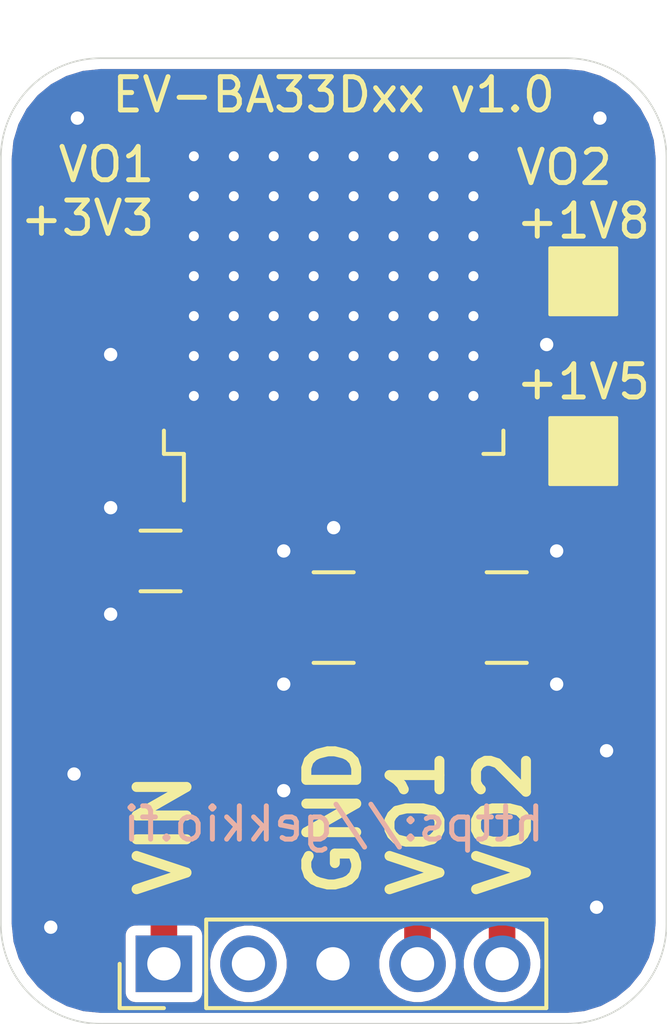
<source format=kicad_pcb>
(kicad_pcb (version 20171130) (host pcbnew 5.1.6-c6e7f7d~86~ubuntu20.04.1)

  (general
    (thickness 1.6)
    (drawings 18)
    (tracks 44)
    (zones 0)
    (modules 5)
    (nets 5)
  )

  (page A4)
  (title_block
    (title EV-BA33Dxx)
    (rev v1.0)
    (company https://gekkio.fi)
  )

  (layers
    (0 F.Cu signal)
    (31 B.Cu signal)
    (32 B.Adhes user)
    (33 F.Adhes user)
    (34 B.Paste user)
    (35 F.Paste user)
    (36 B.SilkS user)
    (37 F.SilkS user)
    (38 B.Mask user)
    (39 F.Mask user)
    (40 Dwgs.User user)
    (41 Cmts.User user)
    (42 Eco1.User user)
    (43 Eco2.User user)
    (44 Edge.Cuts user)
    (45 Margin user)
    (46 B.CrtYd user)
    (47 F.CrtYd user)
    (48 B.Fab user)
    (49 F.Fab user)
  )

  (setup
    (last_trace_width 0.25)
    (trace_clearance 0.2)
    (zone_clearance 0.508)
    (zone_45_only no)
    (trace_min 0.2)
    (via_size 0.8)
    (via_drill 0.4)
    (via_min_size 0.4)
    (via_min_drill 0.3)
    (uvia_size 0.3)
    (uvia_drill 0.1)
    (uvias_allowed no)
    (uvia_min_size 0.2)
    (uvia_min_drill 0.1)
    (edge_width 0.05)
    (segment_width 0.2)
    (pcb_text_width 0.3)
    (pcb_text_size 1.5 1.5)
    (mod_edge_width 0.12)
    (mod_text_size 1 1)
    (mod_text_width 0.15)
    (pad_size 1.524 1.524)
    (pad_drill 0.762)
    (pad_to_mask_clearance 0)
    (aux_axis_origin 0 0)
    (visible_elements FFFFFF7F)
    (pcbplotparams
      (layerselection 0x010fc_ffffffff)
      (usegerberextensions false)
      (usegerberattributes false)
      (usegerberadvancedattributes false)
      (creategerberjobfile true)
      (excludeedgelayer false)
      (linewidth 0.100000)
      (plotframeref false)
      (viasonmask false)
      (mode 1)
      (useauxorigin false)
      (hpglpennumber 1)
      (hpglpenspeed 20)
      (hpglpendiameter 15.000000)
      (psnegative false)
      (psa4output false)
      (plotreference true)
      (plotvalue true)
      (plotinvisibletext false)
      (padsonsilk false)
      (subtractmaskfromsilk false)
      (outputformat 1)
      (mirror false)
      (drillshape 0)
      (scaleselection 1)
      (outputdirectory "gerber/"))
  )

  (net 0 "")
  (net 1 GND)
  (net 2 /VIN)
  (net 3 /VO2)
  (net 4 /VO1)

  (net_class Default "This is the default net class."
    (clearance 0.2)
    (trace_width 0.25)
    (via_dia 0.8)
    (via_drill 0.4)
    (uvia_dia 0.3)
    (uvia_drill 0.1)
    (add_net /VIN)
    (add_net /VO1)
    (add_net /VO2)
    (add_net GND)
  )

  (module Gekkio_Package_TO_SOT_SMD:Rohm_HRP5 (layer F.Cu) (tedit 5EC05F8D) (tstamp 5E8862D1)
    (at 60 57.7 90)
    (descr "Rohm HRP5 SMD package, http://rohmfs.rohm.com/en/techdata_basic/ic/package/hrp5_1-e.pdf")
    (tags "Rohm HRP5 SMD")
    (path /5E88572A)
    (attr smd)
    (fp_text reference U1 (at 0 -5.9 90) (layer F.SilkS) hide
      (effects (font (size 1 1) (thickness 0.15)))
    )
    (fp_text value BA33D18HFP (at 8.6 0 180) (layer F.Fab)
      (effects (font (size 1 1) (thickness 0.15)))
    )
    (fp_text user %R (at 0 0 90) (layer F.Fab)
      (effects (font (size 1 1) (thickness 0.15)))
    )
    (fp_line (start 5.9 5.25) (end -5.9 5.25) (layer F.CrtYd) (width 0.05))
    (fp_line (start 5.9 5.25) (end 5.9 -5.25) (layer F.CrtYd) (width 0.05))
    (fp_line (start -5.9 -5.25) (end -5.9 5.25) (layer F.CrtYd) (width 0.05))
    (fp_line (start -5.9 -5.25) (end 5.9 -5.25) (layer F.CrtYd) (width 0.05))
    (fp_line (start -3.485 -4.9) (end 4.015 -4.9) (layer F.Fab) (width 0.1))
    (fp_line (start -3.985 -4.4) (end -3.485 -4.9) (layer F.Fab) (width 0.1))
    (fp_line (start -3.985 4.9) (end -3.985 -4.4) (layer F.Fab) (width 0.1))
    (fp_line (start 4.015 4.9) (end -3.985 4.9) (layer F.Fab) (width 0.1))
    (fp_line (start 4.015 -4.9) (end 4.015 4.9) (layer F.Fab) (width 0.1))
    (fp_line (start 4.515 4.4) (end 4.015 4.4) (layer F.Fab) (width 0.1))
    (fp_line (start 5.015 3.3) (end 4.515 4.4) (layer F.Fab) (width 0.1))
    (fp_line (start 5.015 -3.3) (end 5.015 3.3) (layer F.Fab) (width 0.1))
    (fp_line (start 4.515 -4.4) (end 5.015 -3.3) (layer F.Fab) (width 0.1))
    (fp_line (start 4.015 -4.4) (end 4.515 -4.4) (layer F.Fab) (width 0.1))
    (fp_line (start -4.185 -5.1) (end -3.485 -5.1) (layer F.SilkS) (width 0.12))
    (fp_line (start -4.185 -4.5) (end -4.185 -5.1) (layer F.SilkS) (width 0.12))
    (fp_line (start -5.585 -4.5) (end -4.185 -4.5) (layer F.SilkS) (width 0.12))
    (fp_line (start -4.185 5.1) (end -4.185 4.5) (layer F.SilkS) (width 0.12))
    (fp_line (start -3.485 5.1) (end -4.185 5.1) (layer F.SilkS) (width 0.12))
    (pad 1 smd rect (at -4.97 -3.44 90) (size 1.37 1.07) (layers F.Cu F.Paste F.Mask)
      (net 2 /VIN))
    (pad 2 smd rect (at -4.97 -1.72 90) (size 1.37 1.07) (layers F.Cu F.Paste F.Mask))
    (pad 3 smd rect (at -4.97 0 90) (size 1.37 1.07) (layers F.Cu F.Paste F.Mask)
      (net 1 GND))
    (pad 3 smd rect (at 1.155 0 90) (size 9 10) (layers F.Cu F.Mask)
      (net 1 GND))
    (pad 3 smd rect (at 1.155 0 90) (size 9 10) (layers B.Cu)
      (net 1 GND))
    (pad "" smd rect (at -1.095 2.5 90) (size 4 4.5) (layers F.Paste))
    (pad "" smd rect (at 3.405 -2.5 90) (size 4 4.5) (layers F.Paste))
    (pad "" smd rect (at -1.095 -2.5 90) (size 4 4.5) (layers F.Paste))
    (pad "" smd rect (at 3.405 2.5 90) (size 4 4.5) (layers F.Paste))
    (pad 3 thru_hole circle (at -2.445 -4.2 90) (size 0.6 0.6) (drill 0.3) (layers *.Cu)
      (net 1 GND))
    (pad 3 thru_hole circle (at -2.445 -3 90) (size 0.6 0.6) (drill 0.3) (layers *.Cu)
      (net 1 GND))
    (pad 3 thru_hole circle (at -2.445 -1.8 90) (size 0.6 0.6) (drill 0.3) (layers *.Cu)
      (net 1 GND))
    (pad 3 thru_hole circle (at -2.445 -0.6 90) (size 0.6 0.6) (drill 0.3) (layers *.Cu)
      (net 1 GND))
    (pad 3 thru_hole circle (at -2.445 0.6 90) (size 0.6 0.6) (drill 0.3) (layers *.Cu)
      (net 1 GND))
    (pad 3 thru_hole circle (at -2.445 1.8 90) (size 0.6 0.6) (drill 0.3) (layers *.Cu)
      (net 1 GND))
    (pad 3 thru_hole circle (at -2.445 3 90) (size 0.6 0.6) (drill 0.3) (layers *.Cu)
      (net 1 GND))
    (pad 3 thru_hole circle (at -2.445 4.2 90) (size 0.6 0.6) (drill 0.3) (layers *.Cu)
      (net 1 GND))
    (pad 3 thru_hole circle (at -1.245 -4.2 90) (size 0.6 0.6) (drill 0.3) (layers *.Cu)
      (net 1 GND))
    (pad 3 thru_hole circle (at -1.245 -3 90) (size 0.6 0.6) (drill 0.3) (layers *.Cu)
      (net 1 GND))
    (pad 3 thru_hole circle (at -1.245 -1.8 90) (size 0.6 0.6) (drill 0.3) (layers *.Cu)
      (net 1 GND))
    (pad 3 thru_hole circle (at -1.245 -0.6 90) (size 0.6 0.6) (drill 0.3) (layers *.Cu)
      (net 1 GND))
    (pad 3 thru_hole circle (at -1.245 0.6 90) (size 0.6 0.6) (drill 0.3) (layers *.Cu)
      (net 1 GND))
    (pad 3 thru_hole circle (at -1.245 1.8 90) (size 0.6 0.6) (drill 0.3) (layers *.Cu)
      (net 1 GND))
    (pad 3 thru_hole circle (at -1.245 3 90) (size 0.6 0.6) (drill 0.3) (layers *.Cu)
      (net 1 GND))
    (pad 3 thru_hole circle (at -1.245 4.2 90) (size 0.6 0.6) (drill 0.3) (layers *.Cu)
      (net 1 GND))
    (pad 3 thru_hole circle (at -0.045 -4.2 90) (size 0.6 0.6) (drill 0.3) (layers *.Cu)
      (net 1 GND))
    (pad 3 thru_hole circle (at -0.045 -3 90) (size 0.6 0.6) (drill 0.3) (layers *.Cu)
      (net 1 GND))
    (pad 3 thru_hole circle (at -0.045 -1.8 90) (size 0.6 0.6) (drill 0.3) (layers *.Cu)
      (net 1 GND))
    (pad 3 thru_hole circle (at -0.045 -0.6 90) (size 0.6 0.6) (drill 0.3) (layers *.Cu)
      (net 1 GND))
    (pad 3 thru_hole circle (at -0.045 0.6 90) (size 0.6 0.6) (drill 0.3) (layers *.Cu)
      (net 1 GND))
    (pad 3 thru_hole circle (at -0.045 1.8 90) (size 0.6 0.6) (drill 0.3) (layers *.Cu)
      (net 1 GND))
    (pad 3 thru_hole circle (at -0.045 3 90) (size 0.6 0.6) (drill 0.3) (layers *.Cu)
      (net 1 GND))
    (pad 3 thru_hole circle (at -0.045 4.2 90) (size 0.6 0.6) (drill 0.3) (layers *.Cu)
      (net 1 GND))
    (pad 3 thru_hole circle (at 1.155 -4.2 90) (size 0.6 0.6) (drill 0.3) (layers *.Cu)
      (net 1 GND))
    (pad 3 thru_hole circle (at 1.155 -3 90) (size 0.6 0.6) (drill 0.3) (layers *.Cu)
      (net 1 GND))
    (pad 3 thru_hole circle (at 1.155 -1.8 90) (size 0.6 0.6) (drill 0.3) (layers *.Cu)
      (net 1 GND))
    (pad 3 thru_hole circle (at 1.155 -0.6 90) (size 0.6 0.6) (drill 0.3) (layers *.Cu)
      (net 1 GND))
    (pad 3 thru_hole circle (at 1.155 0.6 90) (size 0.6 0.6) (drill 0.3) (layers *.Cu)
      (net 1 GND))
    (pad 3 thru_hole circle (at 1.155 1.8 90) (size 0.6 0.6) (drill 0.3) (layers *.Cu)
      (net 1 GND))
    (pad 3 thru_hole circle (at 1.155 3 90) (size 0.6 0.6) (drill 0.3) (layers *.Cu)
      (net 1 GND))
    (pad 3 thru_hole circle (at 1.155 4.2 90) (size 0.6 0.6) (drill 0.3) (layers *.Cu)
      (net 1 GND))
    (pad 3 thru_hole circle (at 2.355 -4.2 90) (size 0.6 0.6) (drill 0.3) (layers *.Cu)
      (net 1 GND))
    (pad 3 thru_hole circle (at 2.355 -3 90) (size 0.6 0.6) (drill 0.3) (layers *.Cu)
      (net 1 GND))
    (pad 3 thru_hole circle (at 2.355 -1.8 90) (size 0.6 0.6) (drill 0.3) (layers *.Cu)
      (net 1 GND))
    (pad 3 thru_hole circle (at 2.355 -0.6 90) (size 0.6 0.6) (drill 0.3) (layers *.Cu)
      (net 1 GND))
    (pad 3 thru_hole circle (at 2.355 0.6 90) (size 0.6 0.6) (drill 0.3) (layers *.Cu)
      (net 1 GND))
    (pad 3 thru_hole circle (at 2.355 1.8 90) (size 0.6 0.6) (drill 0.3) (layers *.Cu)
      (net 1 GND))
    (pad 3 thru_hole circle (at 2.355 3 90) (size 0.6 0.6) (drill 0.3) (layers *.Cu)
      (net 1 GND))
    (pad 3 thru_hole circle (at 2.355 4.2 90) (size 0.6 0.6) (drill 0.3) (layers *.Cu)
      (net 1 GND))
    (pad 3 thru_hole circle (at 3.555 -4.2 90) (size 0.6 0.6) (drill 0.3) (layers *.Cu)
      (net 1 GND))
    (pad 3 thru_hole circle (at 3.555 -3 90) (size 0.6 0.6) (drill 0.3) (layers *.Cu)
      (net 1 GND))
    (pad 3 thru_hole circle (at 3.555 -1.8 90) (size 0.6 0.6) (drill 0.3) (layers *.Cu)
      (net 1 GND))
    (pad 3 thru_hole circle (at 3.555 -0.6 90) (size 0.6 0.6) (drill 0.3) (layers *.Cu)
      (net 1 GND))
    (pad 3 thru_hole circle (at 3.555 0.6 90) (size 0.6 0.6) (drill 0.3) (layers *.Cu)
      (net 1 GND))
    (pad 3 thru_hole circle (at 3.555 1.8 90) (size 0.6 0.6) (drill 0.3) (layers *.Cu)
      (net 1 GND))
    (pad 3 thru_hole circle (at 3.555 3 90) (size 0.6 0.6) (drill 0.3) (layers *.Cu)
      (net 1 GND))
    (pad 3 thru_hole circle (at 3.555 4.2 90) (size 0.6 0.6) (drill 0.3) (layers *.Cu)
      (net 1 GND))
    (pad 3 thru_hole circle (at 4.755 -4.2 90) (size 0.6 0.6) (drill 0.3) (layers *.Cu)
      (net 1 GND))
    (pad 3 thru_hole circle (at 4.755 -3 90) (size 0.6 0.6) (drill 0.3) (layers *.Cu)
      (net 1 GND))
    (pad 3 thru_hole circle (at 4.755 -1.8 90) (size 0.6 0.6) (drill 0.3) (layers *.Cu)
      (net 1 GND))
    (pad 3 thru_hole circle (at 4.755 -0.6 90) (size 0.6 0.6) (drill 0.3) (layers *.Cu)
      (net 1 GND))
    (pad 3 thru_hole circle (at 4.755 0.6 90) (size 0.6 0.6) (drill 0.3) (layers *.Cu)
      (net 1 GND))
    (pad 3 thru_hole circle (at 4.755 1.8 90) (size 0.6 0.6) (drill 0.3) (layers *.Cu)
      (net 1 GND))
    (pad 3 thru_hole circle (at 4.755 3 90) (size 0.6 0.6) (drill 0.3) (layers *.Cu)
      (net 1 GND))
    (pad 3 thru_hole circle (at 4.755 4.2 90) (size 0.6 0.6) (drill 0.3) (layers *.Cu)
      (net 1 GND))
    (pad 4 smd rect (at -4.97 1.72 90) (size 1.37 1.07) (layers F.Cu F.Paste F.Mask)
      (net 4 /VO1))
    (pad 5 smd rect (at -4.97 3.44 90) (size 1.37 1.07) (layers F.Cu F.Paste F.Mask)
      (net 3 /VO2))
    (model ${KISYS3DMOD}/Gekkio_Package_TO_SOT_SMD.3dshapes/Rohm_HRP5.wrl
      (at (xyz 0 0 0))
      (scale (xyz 1 1 1))
      (rotate (xyz 0 0 0))
    )
  )

  (module Connector_PinHeader_2.54mm:PinHeader_1x05_P2.54mm_Vertical (layer F.Cu) (tedit 59FED5CC) (tstamp 5E887D2C)
    (at 54.9 77.2 90)
    (descr "Through hole straight pin header, 1x05, 2.54mm pitch, single row")
    (tags "Through hole pin header THT 1x05 2.54mm single row")
    (path /5E888A05)
    (fp_text reference J1 (at 0 -2.33 90) (layer F.SilkS) hide
      (effects (font (size 1 1) (thickness 0.15)))
    )
    (fp_text value Conn_01x05 (at 0 12.49 90) (layer F.Fab) hide
      (effects (font (size 1 1) (thickness 0.15)))
    )
    (fp_text user %R (at 0 5.08) (layer F.Fab)
      (effects (font (size 1 1) (thickness 0.15)))
    )
    (fp_line (start -0.635 -1.27) (end 1.27 -1.27) (layer F.Fab) (width 0.1))
    (fp_line (start 1.27 -1.27) (end 1.27 11.43) (layer F.Fab) (width 0.1))
    (fp_line (start 1.27 11.43) (end -1.27 11.43) (layer F.Fab) (width 0.1))
    (fp_line (start -1.27 11.43) (end -1.27 -0.635) (layer F.Fab) (width 0.1))
    (fp_line (start -1.27 -0.635) (end -0.635 -1.27) (layer F.Fab) (width 0.1))
    (fp_line (start -1.33 11.49) (end 1.33 11.49) (layer F.SilkS) (width 0.12))
    (fp_line (start -1.33 1.27) (end -1.33 11.49) (layer F.SilkS) (width 0.12))
    (fp_line (start 1.33 1.27) (end 1.33 11.49) (layer F.SilkS) (width 0.12))
    (fp_line (start -1.33 1.27) (end 1.33 1.27) (layer F.SilkS) (width 0.12))
    (fp_line (start -1.33 0) (end -1.33 -1.33) (layer F.SilkS) (width 0.12))
    (fp_line (start -1.33 -1.33) (end 0 -1.33) (layer F.SilkS) (width 0.12))
    (fp_line (start -1.8 -1.8) (end -1.8 11.95) (layer F.CrtYd) (width 0.05))
    (fp_line (start -1.8 11.95) (end 1.8 11.95) (layer F.CrtYd) (width 0.05))
    (fp_line (start 1.8 11.95) (end 1.8 -1.8) (layer F.CrtYd) (width 0.05))
    (fp_line (start 1.8 -1.8) (end -1.8 -1.8) (layer F.CrtYd) (width 0.05))
    (pad 5 thru_hole oval (at 0 10.16 90) (size 1.7 1.7) (drill 1) (layers *.Cu *.Mask)
      (net 3 /VO2))
    (pad 4 thru_hole oval (at 0 7.62 90) (size 1.7 1.7) (drill 1) (layers *.Cu *.Mask)
      (net 4 /VO1))
    (pad 3 thru_hole oval (at 0 5.08 90) (size 1.7 1.7) (drill 1) (layers *.Cu *.Mask)
      (net 1 GND))
    (pad 2 thru_hole oval (at 0 2.54 90) (size 1.7 1.7) (drill 1) (layers *.Cu *.Mask))
    (pad 1 thru_hole rect (at 0 0 90) (size 1.7 1.7) (drill 1) (layers *.Cu *.Mask)
      (net 2 /VIN))
    (model ${KISYS3DMOD}/Connector_PinHeader_2.54mm.3dshapes/PinHeader_1x05_P2.54mm_Vertical.wrl
      (at (xyz 0 0 0))
      (scale (xyz 1 1 1))
      (rotate (xyz 0 0 0))
    )
  )

  (module Capacitor_SMD:C_1210_3225Metric_Pad1.42x2.65mm_HandSolder (layer F.Cu) (tedit 5B301BBE) (tstamp 5E8861ED)
    (at 60 66.8 180)
    (descr "Capacitor SMD 1210 (3225 Metric), square (rectangular) end terminal, IPC_7351 nominal with elongated pad for handsoldering. (Body size source: http://www.tortai-tech.com/upload/download/2011102023233369053.pdf), generated with kicad-footprint-generator")
    (tags "capacitor handsolder")
    (path /5E886EA6)
    (attr smd)
    (fp_text reference C3 (at 0 -2.28) (layer F.SilkS) hide
      (effects (font (size 1 1) (thickness 0.15)))
    )
    (fp_text value 10uF (at 0 -3.3) (layer F.Fab)
      (effects (font (size 1 1) (thickness 0.15)))
    )
    (fp_text user %R (at 0 0) (layer F.Fab)
      (effects (font (size 0.8 0.8) (thickness 0.12)))
    )
    (fp_line (start -1.6 1.25) (end -1.6 -1.25) (layer F.Fab) (width 0.1))
    (fp_line (start -1.6 -1.25) (end 1.6 -1.25) (layer F.Fab) (width 0.1))
    (fp_line (start 1.6 -1.25) (end 1.6 1.25) (layer F.Fab) (width 0.1))
    (fp_line (start 1.6 1.25) (end -1.6 1.25) (layer F.Fab) (width 0.1))
    (fp_line (start -0.602064 -1.36) (end 0.602064 -1.36) (layer F.SilkS) (width 0.12))
    (fp_line (start -0.602064 1.36) (end 0.602064 1.36) (layer F.SilkS) (width 0.12))
    (fp_line (start -2.45 1.58) (end -2.45 -1.58) (layer F.CrtYd) (width 0.05))
    (fp_line (start -2.45 -1.58) (end 2.45 -1.58) (layer F.CrtYd) (width 0.05))
    (fp_line (start 2.45 -1.58) (end 2.45 1.58) (layer F.CrtYd) (width 0.05))
    (fp_line (start 2.45 1.58) (end -2.45 1.58) (layer F.CrtYd) (width 0.05))
    (pad 2 smd roundrect (at 1.4875 0 180) (size 1.425 2.65) (layers F.Cu F.Paste F.Mask) (roundrect_rratio 0.175439)
      (net 1 GND))
    (pad 1 smd roundrect (at -1.4875 0 180) (size 1.425 2.65) (layers F.Cu F.Paste F.Mask) (roundrect_rratio 0.175439)
      (net 4 /VO1))
    (model ${KISYS3DMOD}/Capacitor_SMD.3dshapes/C_1210_3225Metric.wrl
      (at (xyz 0 0 0))
      (scale (xyz 1 1 1))
      (rotate (xyz 0 0 0))
    )
  )

  (module Capacitor_SMD:C_1210_3225Metric_Pad1.42x2.65mm_HandSolder (layer F.Cu) (tedit 5B301BBE) (tstamp 5E8861B4)
    (at 65.2 66.8)
    (descr "Capacitor SMD 1210 (3225 Metric), square (rectangular) end terminal, IPC_7351 nominal with elongated pad for handsoldering. (Body size source: http://www.tortai-tech.com/upload/download/2011102023233369053.pdf), generated with kicad-footprint-generator")
    (tags "capacitor handsolder")
    (path /5E886439)
    (attr smd)
    (fp_text reference C2 (at 0 -2.28) (layer F.SilkS) hide
      (effects (font (size 1 1) (thickness 0.15)))
    )
    (fp_text value 10uF (at 0 3.3) (layer F.Fab)
      (effects (font (size 1 1) (thickness 0.15)))
    )
    (fp_text user %R (at 0 0) (layer F.Fab)
      (effects (font (size 0.8 0.8) (thickness 0.12)))
    )
    (fp_line (start -1.6 1.25) (end -1.6 -1.25) (layer F.Fab) (width 0.1))
    (fp_line (start -1.6 -1.25) (end 1.6 -1.25) (layer F.Fab) (width 0.1))
    (fp_line (start 1.6 -1.25) (end 1.6 1.25) (layer F.Fab) (width 0.1))
    (fp_line (start 1.6 1.25) (end -1.6 1.25) (layer F.Fab) (width 0.1))
    (fp_line (start -0.602064 -1.36) (end 0.602064 -1.36) (layer F.SilkS) (width 0.12))
    (fp_line (start -0.602064 1.36) (end 0.602064 1.36) (layer F.SilkS) (width 0.12))
    (fp_line (start -2.45 1.58) (end -2.45 -1.58) (layer F.CrtYd) (width 0.05))
    (fp_line (start -2.45 -1.58) (end 2.45 -1.58) (layer F.CrtYd) (width 0.05))
    (fp_line (start 2.45 -1.58) (end 2.45 1.58) (layer F.CrtYd) (width 0.05))
    (fp_line (start 2.45 1.58) (end -2.45 1.58) (layer F.CrtYd) (width 0.05))
    (pad 2 smd roundrect (at 1.4875 0) (size 1.425 2.65) (layers F.Cu F.Paste F.Mask) (roundrect_rratio 0.175439)
      (net 1 GND))
    (pad 1 smd roundrect (at -1.4875 0) (size 1.425 2.65) (layers F.Cu F.Paste F.Mask) (roundrect_rratio 0.175439)
      (net 3 /VO2))
    (model ${KISYS3DMOD}/Capacitor_SMD.3dshapes/C_1210_3225Metric.wrl
      (at (xyz 0 0 0))
      (scale (xyz 1 1 1))
      (rotate (xyz 0 0 0))
    )
  )

  (module Capacitor_SMD:C_1206_3216Metric_Pad1.42x1.75mm_HandSolder (layer F.Cu) (tedit 5B301BBE) (tstamp 5E8861A3)
    (at 54.8 65.1 180)
    (descr "Capacitor SMD 1206 (3216 Metric), square (rectangular) end terminal, IPC_7351 nominal with elongated pad for handsoldering. (Body size source: http://www.tortai-tech.com/upload/download/2011102023233369053.pdf), generated with kicad-footprint-generator")
    (tags "capacitor handsolder")
    (path /5E886013)
    (attr smd)
    (fp_text reference C1 (at 0 -1.82) (layer F.SilkS) hide
      (effects (font (size 1 1) (thickness 0.15)))
    )
    (fp_text value 4.7uF (at 0 -2.9) (layer F.Fab)
      (effects (font (size 1 1) (thickness 0.15)))
    )
    (fp_text user %R (at 0 0) (layer F.Fab)
      (effects (font (size 0.8 0.8) (thickness 0.12)))
    )
    (fp_line (start -1.6 0.8) (end -1.6 -0.8) (layer F.Fab) (width 0.1))
    (fp_line (start -1.6 -0.8) (end 1.6 -0.8) (layer F.Fab) (width 0.1))
    (fp_line (start 1.6 -0.8) (end 1.6 0.8) (layer F.Fab) (width 0.1))
    (fp_line (start 1.6 0.8) (end -1.6 0.8) (layer F.Fab) (width 0.1))
    (fp_line (start -0.602064 -0.91) (end 0.602064 -0.91) (layer F.SilkS) (width 0.12))
    (fp_line (start -0.602064 0.91) (end 0.602064 0.91) (layer F.SilkS) (width 0.12))
    (fp_line (start -2.45 1.12) (end -2.45 -1.12) (layer F.CrtYd) (width 0.05))
    (fp_line (start -2.45 -1.12) (end 2.45 -1.12) (layer F.CrtYd) (width 0.05))
    (fp_line (start 2.45 -1.12) (end 2.45 1.12) (layer F.CrtYd) (width 0.05))
    (fp_line (start 2.45 1.12) (end -2.45 1.12) (layer F.CrtYd) (width 0.05))
    (pad 2 smd roundrect (at 1.4875 0 180) (size 1.425 1.75) (layers F.Cu F.Paste F.Mask) (roundrect_rratio 0.175439)
      (net 1 GND))
    (pad 1 smd roundrect (at -1.4875 0 180) (size 1.425 1.75) (layers F.Cu F.Paste F.Mask) (roundrect_rratio 0.175439)
      (net 2 /VIN))
    (model ${KISYS3DMOD}/Capacitor_SMD.3dshapes/C_1206_3216Metric.wrl
      (at (xyz 0 0 0))
      (scale (xyz 1 1 1))
      (rotate (xyz 0 0 0))
    )
  )

  (gr_text https://gekkio.fi (at 60 73) (layer B.SilkS) (tstamp 5E887FEA)
    (effects (font (size 1 1) (thickness 0.15)) (justify mirror))
  )
  (gr_text "EV-BA33Dxx v1.0" (at 60 51.1) (layer F.SilkS)
    (effects (font (size 1 1) (thickness 0.15)))
  )
  (gr_poly (pts (xy 68.5 62.8) (xy 66.5 62.8) (xy 66.5 60.8) (xy 68.5 60.8)) (layer F.SilkS) (width 0.1) (tstamp 5E887EBC))
  (gr_poly (pts (xy 68.5 57.7) (xy 66.5 57.7) (xy 66.5 55.7) (xy 68.5 55.7)) (layer F.SilkS) (width 0.1))
  (gr_arc (start 53 76) (end 50 76) (angle -90) (layer Edge.Cuts) (width 0.05) (tstamp 5E887DD0))
  (gr_arc (start 53 53) (end 53 50) (angle -90) (layer Edge.Cuts) (width 0.05) (tstamp 5E887DC7))
  (gr_arc (start 67 53) (end 70 53) (angle -90) (layer Edge.Cuts) (width 0.05) (tstamp 5E887DBF))
  (gr_arc (start 67 76) (end 67 79) (angle -90) (layer Edge.Cuts) (width 0.05))
  (gr_line (start 50 76) (end 50 53) (layer Edge.Cuts) (width 0.05) (tstamp 5E887CE0))
  (gr_line (start 67 79) (end 53 79) (layer Edge.Cuts) (width 0.05))
  (gr_line (start 70 53) (end 70 76) (layer Edge.Cuts) (width 0.05))
  (gr_text "VO2\n+1V8\n\n\n+1V5" (at 65.4 56.5) (layer F.SilkS)
    (effects (font (size 1 1) (thickness 0.15)) (justify left))
  )
  (gr_text "VO1\n+3V3" (at 54.7 54) (layer F.SilkS) (tstamp 5E887B2A)
    (effects (font (size 1 1) (thickness 0.15)) (justify right))
  )
  (gr_text VO2 (at 65.1 75.3 90) (layer F.SilkS) (tstamp 5E887D0F)
    (effects (font (size 1.5 1.5) (thickness 0.3)) (justify left))
  )
  (gr_text VO1 (at 62.5 75.3 90) (layer F.SilkS) (tstamp 5E887D09)
    (effects (font (size 1.5 1.5) (thickness 0.3)) (justify left))
  )
  (gr_text GND (at 60 75.3 90) (layer F.SilkS) (tstamp 5E887D06)
    (effects (font (size 1.5 1.5) (thickness 0.3)) (justify left))
  )
  (gr_text VIN (at 54.9 75.3 90) (layer F.SilkS) (tstamp 5E887D12)
    (effects (font (size 1.5 1.5) (thickness 0.3)) (justify left))
  )
  (gr_line (start 53 50) (end 67 50) (layer Edge.Cuts) (width 0.05))

  (via (at 60 64.1) (size 0.8) (drill 0.4) (layers F.Cu B.Cu) (net 1))
  (segment (start 60 62.67) (end 60 64.1) (width 0.8) (layer F.Cu) (net 1))
  (via (at 53.3 66.7) (size 0.8) (drill 0.4) (layers F.Cu B.Cu) (net 1))
  (segment (start 53.3125 65.1) (end 53.3125 66.6875) (width 0.8) (layer F.Cu) (net 1))
  (segment (start 53.3125 66.6875) (end 53.3 66.7) (width 0.8) (layer F.Cu) (net 1))
  (via (at 53.3 63.5) (size 0.8) (drill 0.4) (layers F.Cu B.Cu) (net 1))
  (segment (start 53.3125 65.1) (end 53.3125 63.5125) (width 0.8) (layer F.Cu) (net 1))
  (segment (start 53.3125 63.5125) (end 53.3 63.5) (width 0.8) (layer F.Cu) (net 1))
  (via (at 58.5 64.8) (size 0.8) (drill 0.4) (layers F.Cu B.Cu) (net 1))
  (segment (start 58.5125 66.8) (end 58.5125 64.8125) (width 0.8) (layer F.Cu) (net 1))
  (segment (start 58.5125 64.8125) (end 58.5 64.8) (width 0.8) (layer F.Cu) (net 1))
  (via (at 58.5 68.8) (size 0.8) (drill 0.4) (layers F.Cu B.Cu) (net 1))
  (segment (start 58.5125 66.8) (end 58.5125 68.7875) (width 0.8) (layer F.Cu) (net 1))
  (segment (start 58.5125 68.7875) (end 58.5 68.8) (width 0.8) (layer F.Cu) (net 1))
  (via (at 66.7 64.8) (size 0.8) (drill 0.4) (layers F.Cu B.Cu) (net 1))
  (segment (start 66.6875 66.8) (end 66.6875 64.8125) (width 0.8) (layer F.Cu) (net 1))
  (segment (start 66.6875 64.8125) (end 66.7 64.8) (width 0.8) (layer F.Cu) (net 1))
  (segment (start 66.6875 66.8) (end 66.6875 68.7875) (width 0.8) (layer F.Cu) (net 1))
  (via (at 66.7 68.8) (size 0.8) (drill 0.4) (layers F.Cu B.Cu) (net 1))
  (segment (start 66.6875 68.7875) (end 66.7 68.8) (width 0.8) (layer F.Cu) (net 1))
  (via (at 68.2 70.8) (size 0.8) (drill 0.4) (layers F.Cu B.Cu) (net 1))
  (via (at 67.9 75.5) (size 0.8) (drill 0.4) (layers F.Cu B.Cu) (net 1))
  (via (at 51.5 76.1) (size 0.8) (drill 0.4) (layers F.Cu B.Cu) (net 1))
  (via (at 52.2 71.5) (size 0.8) (drill 0.4) (layers F.Cu B.Cu) (net 1))
  (via (at 53.3 58.9) (size 0.8) (drill 0.4) (layers F.Cu B.Cu) (net 1))
  (via (at 52.3 51.8) (size 0.8) (drill 0.4) (layers F.Cu B.Cu) (net 1))
  (via (at 68 51.8) (size 0.8) (drill 0.4) (layers F.Cu B.Cu) (net 1))
  (via (at 66.4 58.6) (size 0.8) (drill 0.4) (layers F.Cu B.Cu) (net 1))
  (via (at 58.5 72) (size 0.8) (drill 0.4) (layers F.Cu B.Cu) (net 1))
  (segment (start 56.56 64.8275) (end 56.2875 65.1) (width 0.8) (layer F.Cu) (net 2))
  (segment (start 56.56 62.67) (end 56.56 64.8275) (width 0.8) (layer F.Cu) (net 2))
  (segment (start 56.2875 66.6125) (end 56.2875 65.1) (width 0.8) (layer F.Cu) (net 2))
  (segment (start 54.9 68) (end 56.2875 66.6125) (width 0.8) (layer F.Cu) (net 2))
  (segment (start 54.9 68) (end 54.9 77.2) (width 0.8) (layer F.Cu) (net 2))
  (segment (start 63.44 66.5275) (end 63.7125 66.8) (width 0.8) (layer F.Cu) (net 3))
  (segment (start 63.44 62.67) (end 63.44 66.5275) (width 0.8) (layer F.Cu) (net 3))
  (segment (start 63.7125 68.5125) (end 63.7125 66.8) (width 0.8) (layer F.Cu) (net 3))
  (segment (start 65.06 69.86) (end 63.7125 68.5125) (width 0.8) (layer F.Cu) (net 3))
  (segment (start 65.06 69.86) (end 65.06 77.2) (width 0.8) (layer F.Cu) (net 3))
  (segment (start 61.72 66.5675) (end 61.4875 66.8) (width 0.8) (layer F.Cu) (net 4))
  (segment (start 61.72 62.67) (end 61.72 66.5675) (width 0.8) (layer F.Cu) (net 4))
  (segment (start 61.4875 68.9875) (end 61.4875 66.8) (width 0.8) (layer F.Cu) (net 4))
  (segment (start 62.52 70.02) (end 61.4875 68.9875) (width 0.8) (layer F.Cu) (net 4))
  (segment (start 62.52 70.02) (end 62.52 77.2) (width 0.8) (layer F.Cu) (net 4))

  (zone (net 1) (net_name GND) (layer B.Cu) (tstamp 5EC056E4) (hatch edge 0.508)
    (connect_pads yes (clearance 0.3))
    (min_thickness 0.2)
    (fill yes (arc_segments 32) (thermal_gap 0.508) (thermal_bridge_width 0.508) (smoothing fillet) (radius 2))
    (polygon
      (pts
        (xy 70 79) (xy 50 79) (xy 50 50) (xy 70 50)
      )
    )
    (filled_polygon
      (pts
        (xy 67.499759 50.476041) (xy 67.98048 50.621179) (xy 68.423856 50.856925) (xy 68.812996 51.1743) (xy 69.133081 51.561216)
        (xy 69.371919 52.002939) (xy 69.52041 52.482634) (xy 69.575 53.002025) (xy 69.575001 75.9792) (xy 69.523959 76.499759)
        (xy 69.378821 76.98048) (xy 69.143075 77.423856) (xy 68.825697 77.812998) (xy 68.438784 78.133081) (xy 67.997061 78.371919)
        (xy 67.517368 78.52041) (xy 66.997975 78.575) (xy 53.02079 78.575) (xy 52.500241 78.523959) (xy 52.01952 78.378821)
        (xy 51.576144 78.143075) (xy 51.187002 77.825697) (xy 50.866919 77.438784) (xy 50.628081 76.997061) (xy 50.47959 76.517368)
        (xy 50.462 76.35) (xy 53.648065 76.35) (xy 53.648065 78.05) (xy 53.655788 78.128414) (xy 53.67866 78.203814)
        (xy 53.715803 78.273303) (xy 53.765789 78.334211) (xy 53.826697 78.384197) (xy 53.896186 78.42134) (xy 53.971586 78.444212)
        (xy 54.05 78.451935) (xy 55.75 78.451935) (xy 55.828414 78.444212) (xy 55.903814 78.42134) (xy 55.973303 78.384197)
        (xy 56.034211 78.334211) (xy 56.084197 78.273303) (xy 56.12134 78.203814) (xy 56.144212 78.128414) (xy 56.151935 78.05)
        (xy 56.151935 77.076886) (xy 56.19 77.076886) (xy 56.19 77.323114) (xy 56.238037 77.564611) (xy 56.332265 77.792097)
        (xy 56.469062 77.996828) (xy 56.643172 78.170938) (xy 56.847903 78.307735) (xy 57.075389 78.401963) (xy 57.316886 78.45)
        (xy 57.563114 78.45) (xy 57.804611 78.401963) (xy 58.032097 78.307735) (xy 58.236828 78.170938) (xy 58.410938 77.996828)
        (xy 58.547735 77.792097) (xy 58.641963 77.564611) (xy 58.69 77.323114) (xy 58.69 77.076886) (xy 61.27 77.076886)
        (xy 61.27 77.323114) (xy 61.318037 77.564611) (xy 61.412265 77.792097) (xy 61.549062 77.996828) (xy 61.723172 78.170938)
        (xy 61.927903 78.307735) (xy 62.155389 78.401963) (xy 62.396886 78.45) (xy 62.643114 78.45) (xy 62.884611 78.401963)
        (xy 63.112097 78.307735) (xy 63.316828 78.170938) (xy 63.490938 77.996828) (xy 63.627735 77.792097) (xy 63.721963 77.564611)
        (xy 63.77 77.323114) (xy 63.77 77.076886) (xy 63.81 77.076886) (xy 63.81 77.323114) (xy 63.858037 77.564611)
        (xy 63.952265 77.792097) (xy 64.089062 77.996828) (xy 64.263172 78.170938) (xy 64.467903 78.307735) (xy 64.695389 78.401963)
        (xy 64.936886 78.45) (xy 65.183114 78.45) (xy 65.424611 78.401963) (xy 65.652097 78.307735) (xy 65.856828 78.170938)
        (xy 66.030938 77.996828) (xy 66.167735 77.792097) (xy 66.261963 77.564611) (xy 66.31 77.323114) (xy 66.31 77.076886)
        (xy 66.261963 76.835389) (xy 66.167735 76.607903) (xy 66.030938 76.403172) (xy 65.856828 76.229062) (xy 65.652097 76.092265)
        (xy 65.424611 75.998037) (xy 65.183114 75.95) (xy 64.936886 75.95) (xy 64.695389 75.998037) (xy 64.467903 76.092265)
        (xy 64.263172 76.229062) (xy 64.089062 76.403172) (xy 63.952265 76.607903) (xy 63.858037 76.835389) (xy 63.81 77.076886)
        (xy 63.77 77.076886) (xy 63.721963 76.835389) (xy 63.627735 76.607903) (xy 63.490938 76.403172) (xy 63.316828 76.229062)
        (xy 63.112097 76.092265) (xy 62.884611 75.998037) (xy 62.643114 75.95) (xy 62.396886 75.95) (xy 62.155389 75.998037)
        (xy 61.927903 76.092265) (xy 61.723172 76.229062) (xy 61.549062 76.403172) (xy 61.412265 76.607903) (xy 61.318037 76.835389)
        (xy 61.27 77.076886) (xy 58.69 77.076886) (xy 58.641963 76.835389) (xy 58.547735 76.607903) (xy 58.410938 76.403172)
        (xy 58.236828 76.229062) (xy 58.032097 76.092265) (xy 57.804611 75.998037) (xy 57.563114 75.95) (xy 57.316886 75.95)
        (xy 57.075389 75.998037) (xy 56.847903 76.092265) (xy 56.643172 76.229062) (xy 56.469062 76.403172) (xy 56.332265 76.607903)
        (xy 56.238037 76.835389) (xy 56.19 77.076886) (xy 56.151935 77.076886) (xy 56.151935 76.35) (xy 56.144212 76.271586)
        (xy 56.12134 76.196186) (xy 56.084197 76.126697) (xy 56.034211 76.065789) (xy 55.973303 76.015803) (xy 55.903814 75.97866)
        (xy 55.828414 75.955788) (xy 55.75 75.948065) (xy 54.05 75.948065) (xy 53.971586 75.955788) (xy 53.896186 75.97866)
        (xy 53.826697 76.015803) (xy 53.765789 76.065789) (xy 53.715803 76.126697) (xy 53.67866 76.196186) (xy 53.655788 76.271586)
        (xy 53.648065 76.35) (xy 50.462 76.35) (xy 50.425 75.997975) (xy 50.425 53.02079) (xy 50.476041 52.500241)
        (xy 50.621179 52.01952) (xy 50.856925 51.576144) (xy 51.1743 51.187004) (xy 51.561216 50.866919) (xy 52.002939 50.628081)
        (xy 52.482634 50.47959) (xy 53.002025 50.425) (xy 66.97921 50.425)
      )
    )
  )
  (zone (net 1) (net_name GND) (layer F.Cu) (tstamp 5EC056E1) (hatch edge 0.508)
    (connect_pads yes (clearance 0.3))
    (min_thickness 0.2)
    (fill yes (arc_segments 32) (thermal_gap 0.508) (thermal_bridge_width 0.508) (smoothing fillet) (radius 2))
    (polygon
      (pts
        (xy 70 79) (xy 50 79) (xy 50 50) (xy 70 50)
      )
    )
    (filled_polygon
      (pts
        (xy 67.499759 50.476041) (xy 67.98048 50.621179) (xy 68.423856 50.856925) (xy 68.812996 51.1743) (xy 69.133081 51.561216)
        (xy 69.371919 52.002939) (xy 69.52041 52.482634) (xy 69.575 53.002025) (xy 69.575001 75.9792) (xy 69.523959 76.499759)
        (xy 69.378821 76.98048) (xy 69.143075 77.423856) (xy 68.825697 77.812998) (xy 68.438784 78.133081) (xy 67.997061 78.371919)
        (xy 67.517368 78.52041) (xy 66.997975 78.575) (xy 53.02079 78.575) (xy 52.500241 78.523959) (xy 52.01952 78.378821)
        (xy 51.576144 78.143075) (xy 51.187002 77.825697) (xy 50.866919 77.438784) (xy 50.628081 76.997061) (xy 50.47959 76.517368)
        (xy 50.462 76.35) (xy 53.648065 76.35) (xy 53.648065 78.05) (xy 53.655788 78.128414) (xy 53.67866 78.203814)
        (xy 53.715803 78.273303) (xy 53.765789 78.334211) (xy 53.826697 78.384197) (xy 53.896186 78.42134) (xy 53.971586 78.444212)
        (xy 54.05 78.451935) (xy 55.75 78.451935) (xy 55.828414 78.444212) (xy 55.903814 78.42134) (xy 55.973303 78.384197)
        (xy 56.034211 78.334211) (xy 56.084197 78.273303) (xy 56.12134 78.203814) (xy 56.144212 78.128414) (xy 56.151935 78.05)
        (xy 56.151935 77.076886) (xy 56.19 77.076886) (xy 56.19 77.323114) (xy 56.238037 77.564611) (xy 56.332265 77.792097)
        (xy 56.469062 77.996828) (xy 56.643172 78.170938) (xy 56.847903 78.307735) (xy 57.075389 78.401963) (xy 57.316886 78.45)
        (xy 57.563114 78.45) (xy 57.804611 78.401963) (xy 58.032097 78.307735) (xy 58.236828 78.170938) (xy 58.410938 77.996828)
        (xy 58.547735 77.792097) (xy 58.641963 77.564611) (xy 58.69 77.323114) (xy 58.69 77.076886) (xy 58.641963 76.835389)
        (xy 58.547735 76.607903) (xy 58.410938 76.403172) (xy 58.236828 76.229062) (xy 58.032097 76.092265) (xy 57.804611 75.998037)
        (xy 57.563114 75.95) (xy 57.316886 75.95) (xy 57.075389 75.998037) (xy 56.847903 76.092265) (xy 56.643172 76.229062)
        (xy 56.469062 76.403172) (xy 56.332265 76.607903) (xy 56.238037 76.835389) (xy 56.19 77.076886) (xy 56.151935 77.076886)
        (xy 56.151935 76.35) (xy 56.144212 76.271586) (xy 56.12134 76.196186) (xy 56.084197 76.126697) (xy 56.034211 76.065789)
        (xy 55.973303 76.015803) (xy 55.903814 75.97866) (xy 55.828414 75.955788) (xy 55.75 75.948065) (xy 55.7 75.948065)
        (xy 55.7 68.33137) (xy 56.825403 67.205968) (xy 56.855922 67.180922) (xy 56.892852 67.135922) (xy 56.955893 67.059107)
        (xy 56.981769 67.010697) (xy 57.030179 66.920128) (xy 57.075924 66.769327) (xy 57.0875 66.651793) (xy 57.0875 66.651784)
        (xy 57.091369 66.612501) (xy 57.0875 66.573218) (xy 57.0875 66.280264) (xy 57.112196 66.267064) (xy 57.210988 66.185988)
        (xy 57.292064 66.087196) (xy 57.352309 65.974485) (xy 57.389408 65.852186) (xy 57.401935 65.725) (xy 60.373065 65.725)
        (xy 60.373065 67.875) (xy 60.385592 68.002186) (xy 60.422691 68.124485) (xy 60.482936 68.237196) (xy 60.564012 68.335988)
        (xy 60.662804 68.417064) (xy 60.6875 68.430264) (xy 60.6875 68.948209) (xy 60.68363 68.9875) (xy 60.6875 69.026791)
        (xy 60.6875 69.026792) (xy 60.699076 69.144326) (xy 60.713419 69.191607) (xy 60.744821 69.295127) (xy 60.819107 69.434106)
        (xy 60.833446 69.451578) (xy 60.919078 69.555922) (xy 60.949603 69.580973) (xy 61.72 70.351371) (xy 61.720001 76.232233)
        (xy 61.549062 76.403172) (xy 61.412265 76.607903) (xy 61.318037 76.835389) (xy 61.27 77.076886) (xy 61.27 77.323114)
        (xy 61.318037 77.564611) (xy 61.412265 77.792097) (xy 61.549062 77.996828) (xy 61.723172 78.170938) (xy 61.927903 78.307735)
        (xy 62.155389 78.401963) (xy 62.396886 78.45) (xy 62.643114 78.45) (xy 62.884611 78.401963) (xy 63.112097 78.307735)
        (xy 63.316828 78.170938) (xy 63.490938 77.996828) (xy 63.627735 77.792097) (xy 63.721963 77.564611) (xy 63.77 77.323114)
        (xy 63.77 77.076886) (xy 63.721963 76.835389) (xy 63.627735 76.607903) (xy 63.490938 76.403172) (xy 63.32 76.232234)
        (xy 63.32 70.059291) (xy 63.32387 70.02) (xy 63.32 69.980707) (xy 63.308424 69.863173) (xy 63.262679 69.712372)
        (xy 63.188394 69.573395) (xy 63.188393 69.573393) (xy 63.11347 69.482099) (xy 63.113469 69.482098) (xy 63.088422 69.451578)
        (xy 63.057903 69.426532) (xy 62.2875 68.65613) (xy 62.2875 68.430264) (xy 62.312196 68.417064) (xy 62.410988 68.335988)
        (xy 62.492064 68.237196) (xy 62.552309 68.124485) (xy 62.589408 68.002186) (xy 62.6 67.894646) (xy 62.610592 68.002186)
        (xy 62.647691 68.124485) (xy 62.707936 68.237196) (xy 62.789012 68.335988) (xy 62.887804 68.417064) (xy 62.9125 68.430264)
        (xy 62.9125 68.473209) (xy 62.90863 68.5125) (xy 62.9125 68.551791) (xy 62.9125 68.551792) (xy 62.924076 68.669326)
        (xy 62.969821 68.820127) (xy 63.044107 68.959106) (xy 63.089651 69.014601) (xy 63.144078 69.080922) (xy 63.174603 69.105973)
        (xy 64.26 70.19137) (xy 64.260001 76.232233) (xy 64.089062 76.403172) (xy 63.952265 76.607903) (xy 63.858037 76.835389)
        (xy 63.81 77.076886) (xy 63.81 77.323114) (xy 63.858037 77.564611) (xy 63.952265 77.792097) (xy 64.089062 77.996828)
        (xy 64.263172 78.170938) (xy 64.467903 78.307735) (xy 64.695389 78.401963) (xy 64.936886 78.45) (xy 65.183114 78.45)
        (xy 65.424611 78.401963) (xy 65.652097 78.307735) (xy 65.856828 78.170938) (xy 66.030938 77.996828) (xy 66.167735 77.792097)
        (xy 66.261963 77.564611) (xy 66.31 77.323114) (xy 66.31 77.076886) (xy 66.261963 76.835389) (xy 66.167735 76.607903)
        (xy 66.030938 76.403172) (xy 65.86 76.232234) (xy 65.86 69.899291) (xy 65.86387 69.86) (xy 65.86 69.820707)
        (xy 65.848424 69.703173) (xy 65.802679 69.552372) (xy 65.739464 69.434106) (xy 65.728393 69.413393) (xy 65.677686 69.351607)
        (xy 65.628422 69.291578) (xy 65.597898 69.266528) (xy 64.650128 68.318758) (xy 64.717064 68.237196) (xy 64.777309 68.124485)
        (xy 64.814408 68.002186) (xy 64.826935 67.875) (xy 64.826935 65.725) (xy 64.814408 65.597814) (xy 64.777309 65.475515)
        (xy 64.717064 65.362804) (xy 64.635988 65.264012) (xy 64.537196 65.182936) (xy 64.424485 65.122691) (xy 64.302186 65.085592)
        (xy 64.24 65.079467) (xy 64.24 63.654977) (xy 64.259211 63.639211) (xy 64.309197 63.578303) (xy 64.34634 63.508814)
        (xy 64.369212 63.433414) (xy 64.376935 63.355) (xy 64.376935 61.985) (xy 64.369212 61.906586) (xy 64.34634 61.831186)
        (xy 64.309197 61.761697) (xy 64.259211 61.700789) (xy 64.198303 61.650803) (xy 64.128814 61.61366) (xy 64.053414 61.590788)
        (xy 63.975 61.583065) (xy 62.905 61.583065) (xy 62.826586 61.590788) (xy 62.751186 61.61366) (xy 62.681697 61.650803)
        (xy 62.620789 61.700789) (xy 62.58 61.75049) (xy 62.539211 61.700789) (xy 62.478303 61.650803) (xy 62.408814 61.61366)
        (xy 62.333414 61.590788) (xy 62.255 61.583065) (xy 61.185 61.583065) (xy 61.106586 61.590788) (xy 61.031186 61.61366)
        (xy 60.961697 61.650803) (xy 60.900789 61.700789) (xy 60.850803 61.761697) (xy 60.81366 61.831186) (xy 60.790788 61.906586)
        (xy 60.783065 61.985) (xy 60.783065 63.355) (xy 60.790788 63.433414) (xy 60.81366 63.508814) (xy 60.850803 63.578303)
        (xy 60.900789 63.639211) (xy 60.92 63.654977) (xy 60.920001 65.083407) (xy 60.897814 65.085592) (xy 60.775515 65.122691)
        (xy 60.662804 65.182936) (xy 60.564012 65.264012) (xy 60.482936 65.362804) (xy 60.422691 65.475515) (xy 60.385592 65.597814)
        (xy 60.373065 65.725) (xy 57.401935 65.725) (xy 57.401935 64.475) (xy 57.389408 64.347814) (xy 57.36 64.250869)
        (xy 57.36 63.654977) (xy 57.379211 63.639211) (xy 57.42 63.58951) (xy 57.460789 63.639211) (xy 57.521697 63.689197)
        (xy 57.591186 63.72634) (xy 57.666586 63.749212) (xy 57.745 63.756935) (xy 58.815 63.756935) (xy 58.893414 63.749212)
        (xy 58.968814 63.72634) (xy 59.038303 63.689197) (xy 59.099211 63.639211) (xy 59.149197 63.578303) (xy 59.18634 63.508814)
        (xy 59.209212 63.433414) (xy 59.216935 63.355) (xy 59.216935 61.985) (xy 59.209212 61.906586) (xy 59.18634 61.831186)
        (xy 59.149197 61.761697) (xy 59.099211 61.700789) (xy 59.038303 61.650803) (xy 58.968814 61.61366) (xy 58.893414 61.590788)
        (xy 58.815 61.583065) (xy 57.745 61.583065) (xy 57.666586 61.590788) (xy 57.591186 61.61366) (xy 57.521697 61.650803)
        (xy 57.460789 61.700789) (xy 57.42 61.75049) (xy 57.379211 61.700789) (xy 57.318303 61.650803) (xy 57.248814 61.61366)
        (xy 57.173414 61.590788) (xy 57.095 61.583065) (xy 56.025 61.583065) (xy 55.946586 61.590788) (xy 55.871186 61.61366)
        (xy 55.801697 61.650803) (xy 55.740789 61.700789) (xy 55.690803 61.761697) (xy 55.65366 61.831186) (xy 55.630788 61.906586)
        (xy 55.623065 61.985) (xy 55.623065 63.355) (xy 55.630788 63.433414) (xy 55.65366 63.508814) (xy 55.690803 63.578303)
        (xy 55.740789 63.639211) (xy 55.76 63.654977) (xy 55.760001 63.829467) (xy 55.697814 63.835592) (xy 55.575515 63.872691)
        (xy 55.462804 63.932936) (xy 55.364012 64.014012) (xy 55.282936 64.112804) (xy 55.222691 64.225515) (xy 55.185592 64.347814)
        (xy 55.173065 64.475) (xy 55.173065 65.725) (xy 55.185592 65.852186) (xy 55.222691 65.974485) (xy 55.282936 66.087196)
        (xy 55.364012 66.185988) (xy 55.462804 66.267064) (xy 55.4875 66.280264) (xy 55.4875 66.281129) (xy 54.362103 67.406527)
        (xy 54.331578 67.431578) (xy 54.277151 67.497899) (xy 54.231607 67.553394) (xy 54.204627 67.60387) (xy 54.157321 67.692373)
        (xy 54.111576 67.843174) (xy 54.104105 67.919031) (xy 54.09613 68) (xy 54.1 68.039291) (xy 54.100001 75.948065)
        (xy 54.05 75.948065) (xy 53.971586 75.955788) (xy 53.896186 75.97866) (xy 53.826697 76.015803) (xy 53.765789 76.065789)
        (xy 53.715803 76.126697) (xy 53.67866 76.196186) (xy 53.655788 76.271586) (xy 53.648065 76.35) (xy 50.462 76.35)
        (xy 50.425 75.997975) (xy 50.425 53.02079) (xy 50.476041 52.500241) (xy 50.621179 52.01952) (xy 50.856925 51.576144)
        (xy 51.1743 51.187004) (xy 51.561216 50.866919) (xy 52.002939 50.628081) (xy 52.482634 50.47959) (xy 53.002025 50.425)
        (xy 66.97921 50.425)
      )
    )
  )
)

</source>
